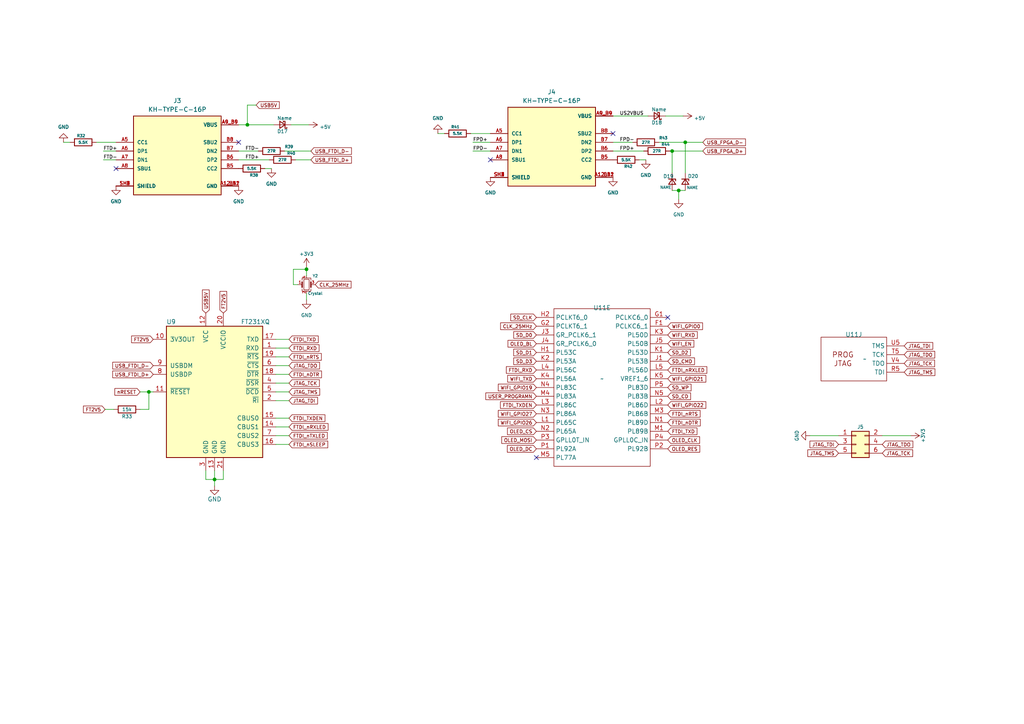
<source format=kicad_sch>
(kicad_sch (version 20230121) (generator eeschema)
  (paper "A4")
  (lib_symbols
    (symbol "Connector_Generic:Conn_02x03_Odd_Even" (pin_names (offset 1.016) hide)
      (property "Reference" "J" (at 1.27 5.08 0))
      (property "Value" "Conn_02x03_Odd_Even" (at 1.27 -5.08 0))
      (symbol "Conn_02x03_Odd_Even_1_1"
        (pin passive line (at -5.08 2.54 0) (length 3.81) (name "Pin_1") (number "1"))
        (pin passive line (at 7.62 2.54 180) (length 3.81) (name "Pin_2") (number "2"))
        (pin passive line (at -5.08 0 0) (length 3.81) (name "Pin_3") (number "3"))
        (pin passive line (at 7.62 0 180) (length 3.81) (name "Pin_4") (number "4"))
        (pin passive line (at -5.08 -2.54 0) (length 3.81) (name "Pin_5") (number "5"))
        (pin passive line (at 7.62 -2.54 180) (length 3.81) (name "Pin_6") (number "6"))
      )
    )
    (symbol "Device:Crystal_GND24_Small" (pin_names (offset 1.016) hide)
      (property "Reference" "Y" (at 1.27 4.445 0))
      (property "Value" "Crystal_GND24_Small" (at 1.27 2.54 0))
      (symbol "Crystal_GND24_Small_1_1"
        (pin passive line (at -2.54 0 0) (length 1.27) (name "1") (number "1"))
        (pin passive line (at 0 -2.54 90) (length 0.635) (name "2") (number "2"))
        (pin passive line (at 2.54 0 180) (length 1.27) (name "3") (number "3"))
        (pin passive line (at 0 2.54 270) (length 0.635) (name "4") (number "4"))
      )
    )
    (symbol "Device:D_Schottky_Small" (pin_numbers hide) (pin_names (offset 0.254) hide)
      (property "Reference" "D" (at -1.27 2.032 0))
      (property "Value" "D_Schottky_Small" (at -7.112 -2.032 0))
      (symbol "D_Schottky_Small_1_1"
        (pin passive line (at -2.54 0 0) (length 1.778) (name "K") (number "1"))
        (pin passive line (at 2.54 0 180) (length 1.778) (name "A") (number "2"))
      )
    )
    (symbol "Device:D_Zener_Small" (pin_numbers hide) (pin_names (offset 0.254) hide)
      (property "Reference" "D" (at 0 2.286 0))
      (property "Value" "D_Zener_Small" (at 0 -2.286 0))
      (symbol "D_Zener_Small_1_1"
        (pin passive line (at -2.54 0 0) (length 1.778) (name "K") (number "1"))
        (pin passive line (at 2.54 0 180) (length 1.778) (name "A") (number "2"))
      )
    )
    (symbol "Device:R" (pin_numbers hide) (pin_names (offset 0))
      (property "Reference" "R" (at 2.032 0 90))
      (property "Value" "R" (at 0 0 90))
      (symbol "R_1_1"
        (pin passive line (at 0 3.81 270) (length 1.27) (name "~") (number "1"))
        (pin passive line (at 0 -3.81 90) (length 1.27) (name "~") (number "2"))
      )
    )
    (symbol "Library_Ulx3:ULX3_(FPGA)"
      (property "Reference" "U" (at 0 0 0))
      (symbol "ULX3_(FPGA)_1_1"
        (pin input line (at -20.32 15.24 0) (length 5.08) (name "PCLKT0_1") (number "A10"))
        (pin input line (at 17.78 15.24 180) (length 5.08) (name "PCLKC0_1") (number "A11"))
        (pin input line (at -20.32 -10.16 0) (length 5.08) (name "PT4A") (number "A6"))
        (pin input line (at -20.32 5.08 0) (length 5.08) (name "PT18A") (number "A7"))
        (pin input line (at 17.78 5.08 180) (length 5.08) (name "PT18B") (number "A8"))
        (pin input line (at -20.32 12.7 0) (length 5.08) (name "GR_PCLK0_1") (number "A9"))
        (pin input line (at 17.78 12.7 180) (length 5.08) (name "GR_PCLK0_0") (number "B10"))
        (pin input line (at -20.32 17.78 0) (length 5.08) (name "PCLKT0_0") (number "B11"))
        (pin input line (at 17.78 -10.16 180) (length 5.08) (name "PT4B") (number "B6"))
        (pin input line (at 17.78 2.54 180) (length 5.08) (name "PT15B") (number "B8"))
        (pin input line (at -20.32 10.16 0) (length 5.08) (name "PT58A") (number "B9"))
        (pin input line (at 17.78 10.16 180) (length 5.08) (name "PT58B") (number "C10"))
        (pin input line (at 17.78 17.78 180) (length 5.08) (name "PCLKC0_0") (number "C11"))
        (pin input line (at -20.32 -2.54 0) (length 5.08) (name "PT11A") (number "C6"))
        (pin input line (at 17.78 -2.54 180) (length 5.08) (name "PT11B") (number "C7"))
        (pin input line (at -20.32 2.54 0) (length 5.08) (name "PT15A") (number "C8"))
        (pin input line (at -20.32 -15.24 0) (length 5.08) (name "PT54A") (number "C9"))
        (pin input line (at -20.32 -12.7 0) (length 5.08) (name "PT56A") (number "D10"))
        (pin input line (at 17.78 -7.62 180) (length 5.08) (name "PT6B") (number "D6"))
        (pin input line (at 17.78 -5.08 180) (length 5.08) (name "PT9B") (number "D7"))
        (pin input line (at 17.78 0 180) (length 5.08) (name "PT13B") (number "D8"))
        (pin input line (at -20.32 7.62 0) (length 5.08) (name "PT20A") (number "D9"))
        (pin input line (at 17.78 -12.7 180) (length 5.08) (name "PT56B") (number "E10"))
        (pin input line (at -20.32 -7.62 0) (length 5.08) (name "PT6A") (number "E6"))
        (pin input line (at -20.32 -5.08 0) (length 5.08) (name "PT9A") (number "E7"))
        (pin input line (at -20.32 0 0) (length 5.08) (name "PT13A") (number "E8"))
        (pin input line (at 17.78 7.62 180) (length 5.08) (name "PT20B") (number "E9"))
      )
      (symbol "ULX3_(FPGA)_2_1"
        (pin input line (at -20.32 -11.43 0) (length 5.08) (name "PT76A") (number "A12"))
        (pin input line (at 17.78 -11.43 180) (length 5.08) (name "PT76B") (number "A13"))
        (pin input line (at -20.32 -3.81 0) (length 5.08) (name "PT83A") (number "A14"))
        (pin input line (at -20.32 -21.59 0) (length 5.08) (name "PT103A") (number "A15"))
        (pin input line (at -20.32 6.35 0) (length 5.08) (name "PT110A") (number "A16"))
        (pin input line (at -20.32 13.97 0) (length 5.08) (name "PT116A") (number "A17"))
        (pin input line (at -20.32 16.51 0) (length 5.08) (name "PT119A") (number "A18"))
        (pin input line (at -20.32 19.05 0) (length 5.08) (name "PT121A") (number "A19"))
        (pin input line (at -20.32 -16.51 0) (length 5.08) (name "PCLKT1_0") (number "B12"))
        (pin input line (at -20.32 -8.89 0) (length 5.08) (name "PT78A") (number "B13"))
        (pin input line (at -20.32 1.27 0) (length 5.08) (name "PT105A") (number "B15"))
        (pin input line (at 17.78 6.35 180) (length 5.08) (name "PT110B") (number "B16"))
        (pin input line (at -20.32 11.43 0) (length 5.08) (name "PT114A") (number "B17"))
        (pin input line (at 17.78 13.97 180) (length 5.08) (name "PT116B") (number "B18"))
        (pin input line (at 17.78 16.51 180) (length 5.08) (name "PT119B") (number "B19"))
        (pin input line (at 17.78 19.05 180) (length 5.08) (name "PT121B") (number "B20"))
        (pin input line (at 17.78 -16.51 180) (length 5.08) (name "PCLKC1_0") (number "C12"))
        (pin input line (at 17.78 -8.89 180) (length 5.08) (name "PT78B") (number "C13"))
        (pin input line (at 17.78 -3.81 180) (length 5.08) (name "PT83B") (number "C14"))
        (pin input line (at 17.78 1.27 180) (length 5.08) (name "PT105B") (number "C15"))
        (pin input line (at -20.32 8.89 0) (length 5.08) (name "PT112A") (number "C16"))
        (pin input line (at 17.78 11.43 180) (length 5.08) (name "PT114B") (number "C17"))
        (pin input line (at -20.32 -19.05 0) (length 5.08) (name "PCLKT1_1") (number "D11"))
        (pin input line (at -20.32 -13.97 0) (length 5.08) (name "GR_PCLK1_0") (number "D12"))
        (pin input line (at -20.32 -6.35 0) (length 5.08) (name "PT80A") (number "D13"))
        (pin input line (at -20.32 -1.27 0) (length 5.08) (name "PT85A") (number "D14"))
        (pin input line (at -20.32 3.81 0) (length 5.08) (name "PT107A") (number "D15"))
        (pin input line (at 17.78 8.89 180) (length 5.08) (name "PT112B") (number "D16"))
        (pin input line (at 17.78 -19.05 180) (length 5.08) (name "PCLKC1_1") (number "E11"))
        (pin input line (at 17.78 -13.97 180) (length 5.08) (name "GR_PCLK1_1") (number "E12"))
        (pin input line (at 17.78 -6.35 180) (length 5.08) (name "PT80B") (number "E13"))
        (pin input line (at 17.78 -1.27 180) (length 5.08) (name "PT85B") (number "E14"))
        (pin input line (at 17.78 3.81 180) (length 5.08) (name "PT107B") (number "E15"))
      )
      (symbol "ULX3_(FPGA)_3_1"
        (pin input line (at -19.05 -19.05 0) (length 5.08) (name "PR11A") (number "C18"))
        (pin input line (at -19.05 1.27 0) (length 5.08) (name "PR35A") (number "C20"))
        (pin input line (at 19.05 -19.05 180) (length 5.08) (name "PR11B") (number "D17"))
        (pin input line (at -19.05 -13.97 0) (length 5.08) (name "PR14A") (number "D18"))
        (pin input line (at 19.05 1.27 180) (length 5.08) (name "PR35B") (number "D19"))
        (pin input line (at -19.05 3.81 0) (length 5.08) (name "VREF1_2") (number "D20"))
        (pin input line (at -19.05 -16.51 0) (length 5.08) (name "PR11C") (number "E16"))
        (pin input line (at 19.05 -13.97 180) (length 5.08) (name "PR14B") (number "E17"))
        (pin input line (at -19.05 -11.43 0) (length 5.08) (name "PR14C") (number "E18"))
        (pin input line (at 19.05 3.81 180) (length 5.08) (name "PR35D") (number "E19"))
        (pin input line (at -19.05 6.35 0) (length 5.08) (name "PR38A") (number "E20"))
        (pin input line (at 19.05 -16.51 180) (length 5.08) (name "PR11D") (number "F16"))
        (pin input line (at -19.05 -8.89 0) (length 5.08) (name "PR17A") (number "F17"))
        (pin input line (at 19.05 -11.43 180) (length 5.08) (name "PR14D") (number "F18"))
        (pin input line (at 19.05 6.35 180) (length 5.08) (name "PR38B") (number "F19"))
        (pin input line (at -19.05 8.89 0) (length 5.08) (name "PR38C") (number "F20"))
        (pin input line (at -19.05 -6.35 0) (length 5.08) (name "PR17C") (number "G16"))
        (pin input line (at 19.05 -8.89 180) (length 5.08) (name "PR17B") (number "G18"))
        (pin input line (at -19.05 11.43 0) (length 5.08) (name "GR_PCLK2_1") (number "G19"))
        (pin input line (at 19.05 8.89 180) (length 5.08) (name "PR38D") (number "G20"))
        (pin input line (at 19.05 -6.35 180) (length 5.08) (name "PR17D") (number "H16"))
        (pin input line (at 19.05 -3.81 180) (length 5.08) (name "PR20B") (number "H17"))
        (pin input line (at -19.05 -3.81 0) (length 5.08) (name "PR20A") (number "H18"))
        (pin input line (at 19.05 11.43 180) (length 5.08) (name "PR41B") (number "H20"))
        (pin input line (at 19.05 -1.27 180) (length 5.08) (name "PR20D") (number "J16"))
        (pin input line (at -19.05 -1.27 0) (length 5.08) (name "PR20C") (number "J17"))
        (pin input line (at -19.05 13.97 0) (length 5.08) (name "GR_PCLK2_0") (number "J18"))
        (pin input line (at -19.05 16.51 0) (length 5.08) (name "PCLKT2_1") (number "J19"))
        (pin input line (at -19.05 19.05 0) (length 5.08) (name "PCLKT2_0") (number "J20"))
        (pin input line (at -19.05 -21.59 0) (length 5.08) (name "PR29A") (number "K16"))
        (pin input line (at 19.05 -21.59 180) (length 5.08) (name "PR29B") (number "K17"))
        (pin input line (at 19.05 13.97 180) (length 5.08) (name "PR41D") (number "K18"))
        (pin input line (at 19.05 16.51 180) (length 5.08) (name "PCLKC2_1") (number "K19"))
        (pin input line (at 19.05 19.05 180) (length 5.08) (name "PCLKC2_0") (number "K20"))
      )
      (symbol "ULX3_(FPGA)_4_1"
        (pin input line (at -19.05 -15.24 0) (length 5.08) (name "GR_PCLK3_0") (number "L16"))
        (pin input line (at 19.05 -15.24 180) (length 5.08) (name "PR50B") (number "L17"))
        (pin input line (at -19.05 -12.7 0) (length 5.08) (name "GR_PCLK3_1") (number "L18"))
        (pin input line (at -19.05 -17.78 0) (length 5.08) (name "PCLKT3_0") (number "L19"))
        (pin input line (at -19.05 -20.32 0) (length 5.08) (name "PCLKT3_1") (number "L20"))
        (pin input line (at 19.05 -10.16 180) (length 5.08) (name "PR53B") (number "M17"))
        (pin input line (at 19.05 -12.7 180) (length 5.08) (name "PR50D") (number "M18"))
        (pin input line (at 19.05 -17.78 180) (length 5.08) (name "PCLKC3_0") (number "M19"))
        (pin input line (at 19.05 -20.32 180) (length 5.08) (name "PCLKC3_1") (number "M20"))
        (pin input line (at -19.05 -10.16 0) (length 5.08) (name "PR53A") (number "N16"))
        (pin input line (at -19.05 -5.08 0) (length 5.08) (name "PR56A") (number "N17"))
        (pin input line (at -19.05 -7.62 0) (length 5.08) (name "PR53C") (number "N18"))
        (pin input line (at -19.05 0 0) (length 5.08) (name "PR83A") (number "N19"))
        (pin input line (at 19.05 0 180) (length 5.08) (name "PR83B") (number "N20"))
        (pin input line (at 19.05 -5.08 180) (length 5.08) (name "VREF1_3") (number "P16"))
        (pin input line (at 19.05 -7.62 180) (length 5.08) (name "PR53D") (number "P17"))
        (pin input line (at 19.05 2.54 180) (length 5.08) (name "PR83D") (number "P18"))
        (pin input line (at -19.05 2.54 0) (length 5.08) (name "PR83C") (number "P19"))
        (pin input line (at -19.05 5.08 0) (length 5.08) (name "PR86A") (number "P20"))
        (pin input line (at -19.05 -2.54 0) (length 5.08) (name "PR56C") (number "R16"))
        (pin input line (at 19.05 -2.54 180) (length 5.08) (name "PR56D") (number "R17"))
        (pin input line (at 19.05 10.16 180) (length 5.08) (name "PR89B") (number "R18"))
        (pin input line (at 19.05 5.08 180) (length 5.08) (name "PR86B") (number "R20"))
        (pin input line (at -19.05 -22.86 0) (length 5.08) (name "PR77A") (number "T16"))
        (pin input line (at 19.05 17.78 180) (length 5.08) (name "GPLL0C_IN") (number "T17"))
        (pin input line (at 19.05 12.7 180) (length 5.08) (name "PR89D") (number "T18"))
        (pin input line (at -19.05 10.16 0) (length 5.08) (name "PR89A") (number "T19"))
        (pin input line (at -19.05 7.62 0) (length 5.08) (name "PR86C") (number "T20"))
        (pin input line (at -19.05 17.78 0) (length 5.08) (name "GPLL0T_IN") (number "U16"))
        (pin input line (at 19.05 15.24 180) (length 5.08) (name "PR92B") (number "U17"))
        (pin input line (at -19.05 15.24 0) (length 5.08) (name "PR92A") (number "U18"))
        (pin input line (at -19.05 12.7 0) (length 5.08) (name "PR89C") (number "U19"))
        (pin input line (at 19.05 7.62 180) (length 5.08) (name "PR86D") (number "U20"))
      )
      (symbol "ULX3_(FPGA)_5_1"
        (pin input line (at 19.05 15.24 180) (length 5.08) (name "PCLKC6_1") (number "F1"))
        (pin input line (at 19.05 17.78 180) (length 5.08) (name "PCLKC6_0") (number "G1"))
        (pin input line (at -19.05 15.24 0) (length 5.08) (name "PCLKT6_1") (number "G2"))
        (pin input line (at -19.05 7.62 0) (length 5.08) (name "PL53C") (number "H1"))
        (pin input line (at -19.05 17.78 0) (length 5.08) (name "PCLKT6_0") (number "H2"))
        (pin input line (at 19.05 5.08 180) (length 5.08) (name "PL53B") (number "J1"))
        (pin input line (at -19.05 12.7 0) (length 5.08) (name "GR_PCLK6_1") (number "J3"))
        (pin input line (at -19.05 10.16 0) (length 5.08) (name "GR_PCLK6_0") (number "J4"))
        (pin input line (at 19.05 10.16 180) (length 5.08) (name "PL50B") (number "J5"))
        (pin input line (at 19.05 7.62 180) (length 5.08) (name "PL53D") (number "K1"))
        (pin input line (at -19.05 5.08 0) (length 5.08) (name "PL53A") (number "K2"))
        (pin input line (at 19.05 12.7 180) (length 5.08) (name "PL50D") (number "K3"))
        (pin input line (at -19.05 0 0) (length 5.08) (name "PL56A") (number "K4"))
        (pin input line (at 19.05 0 180) (length 5.08) (name "VREF1_6") (number "K5"))
        (pin input line (at -19.05 -12.7 0) (length 5.08) (name "PL65C") (number "L1"))
        (pin input line (at 19.05 -7.62 180) (length 5.08) (name "PL86D") (number "L2"))
        (pin input line (at -19.05 -7.62 0) (length 5.08) (name "PL86C") (number "L3"))
        (pin input line (at -19.05 2.54 0) (length 5.08) (name "PL56C") (number "L4"))
        (pin input line (at 19.05 2.54 180) (length 5.08) (name "PL56D") (number "L5"))
        (pin input line (at 19.05 -15.24 180) (length 5.08) (name "PL89B") (number "M1"))
        (pin input line (at 19.05 -10.16 180) (length 5.08) (name "PL86B") (number "M3"))
        (pin input line (at -19.05 -5.08 0) (length 5.08) (name "PL83A") (number "M4"))
        (pin input line (at -19.05 -22.86 0) (length 5.08) (name "PL77A") (number "M5"))
        (pin input line (at 19.05 -12.7 180) (length 5.08) (name "PL89D") (number "N1"))
        (pin input line (at -19.05 -15.24 0) (length 5.08) (name "PL65A") (number "N2"))
        (pin input line (at -19.05 -10.16 0) (length 5.08) (name "PL86A") (number "N3"))
        (pin input line (at -19.05 -2.54 0) (length 5.08) (name "PL83C") (number "N4"))
        (pin input line (at 19.05 -5.08 180) (length 5.08) (name "PL83B") (number "N5"))
        (pin input line (at -19.05 -20.32 0) (length 5.08) (name "PL92A") (number "P1"))
        (pin input line (at 19.05 -20.32 180) (length 5.08) (name "PL92B") (number "P2"))
        (pin input line (at -19.05 -17.78 0) (length 5.08) (name "GPLL0T_IN") (number "P3"))
        (pin input line (at 19.05 -17.78 180) (length 5.08) (name "GPLL0C_IN") (number "P4"))
        (pin input line (at 19.05 -2.54 180) (length 5.08) (name "PL83D") (number "P5"))
      )
      (symbol "ULX3_(FPGA)_6_1"
        (pin input line (at -19.05 -2.54 0) (length 5.08) (name "PL35A") (number "A2"))
        (pin input line (at -19.05 15.24 0) (length 5.08) (name "PL14C") (number "A3"))
        (pin input line (at -19.05 17.78 0) (length 5.08) (name "PL11A") (number "A4"))
        (pin input line (at 19.05 17.78 180) (length 5.08) (name "PL11B") (number "A5"))
        (pin input line (at 19.05 -2.54 180) (length 5.08) (name "PL35B") (number "B1"))
        (pin input line (at -19.05 0 0) (length 5.08) (name "VREF1_7") (number "B2"))
        (pin input line (at 19.05 15.24 180) (length 5.08) (name "PL14D") (number "B3"))
        (pin input line (at 19.05 12.7 180) (length 5.08) (name "PL14B") (number "B4"))
        (pin input line (at -19.05 20.32 0) (length 5.08) (name "PL11C") (number "B5"))
        (pin input line (at -19.05 -7.62 0) (length 5.08) (name "PL38A") (number "C1"))
        (pin input line (at 19.05 0 180) (length 5.08) (name "PL35D") (number "C2"))
        (pin input line (at -19.05 10.16 0) (length 5.08) (name "PL17C") (number "C3"))
        (pin input line (at -19.05 12.7 0) (length 5.08) (name "PL14A") (number "C4"))
        (pin input line (at 19.05 20.32 180) (length 5.08) (name "PL11D") (number "C5"))
        (pin input line (at 19.05 -7.62 180) (length 5.08) (name "PL38B") (number "D1"))
        (pin input line (at -19.05 -5.08 0) (length 5.08) (name "PL38C") (number "D2"))
        (pin input line (at 19.05 10.16 180) (length 5.08) (name "PL17D") (number "D3"))
        (pin input line (at 19.05 7.62 180) (length 5.08) (name "PL17B") (number "D5"))
        (pin input line (at 19.05 -5.08 180) (length 5.08) (name "PL38D") (number "E1"))
        (pin input line (at 19.05 -15.24 180) (length 5.08) (name "PCLKC7_0") (number "E2"))
        (pin input line (at 19.05 2.54 180) (length 5.08) (name "PL20B") (number "E3"))
        (pin input line (at -19.05 7.62 0) (length 5.08) (name "PL17A") (number "E4"))
        (pin input line (at -19.05 5.08 0) (length 5.08) (name "PL20C") (number "E5"))
        (pin input line (at -19.05 -15.24 0) (length 5.08) (name "PCLKT7_0") (number "F2"))
        (pin input line (at 19.05 -17.78 180) (length 5.08) (name "PCLKC7_1") (number "F3"))
        (pin input line (at -19.05 2.54 0) (length 5.08) (name "PL20A") (number "F4"))
        (pin input line (at 19.05 5.08 180) (length 5.08) (name "PL20D") (number "F5"))
        (pin input line (at -19.05 -17.78 0) (length 5.08) (name "PCLKT7_1") (number "G3"))
        (pin input line (at 19.05 -12.7 180) (length 5.08) (name "PL41B") (number "G5"))
        (pin input line (at 19.05 -10.16 180) (length 5.08) (name "PL41D") (number "H3"))
        (pin input line (at -19.05 -12.7 0) (length 5.08) (name "GR_PCLK7_1") (number "H4"))
        (pin input line (at -19.05 -10.16 0) (length 5.08) (name "GR_PCLK7_0") (number "H5"))
      )
      (symbol "ULX3_(FPGA)_7_1"
        (pin input line (at -17.78 16.51 0) (length 5.08) (name "D7") (number "R1"))
        (pin input line (at -17.78 3.81 0) (length 5.08) (name "CSSPIN") (number "R2"))
        (pin input line (at 20.32 3.81 180) (length 5.08) (name "DOUT/CSOn") (number "R3"))
        (pin input line (at -17.78 -11.43 0) (length 5.08) (name "CFG_2") (number "R4"))
        (pin input line (at 20.32 16.51 180) (length 5.08) (name "D6") (number "T1"))
        (pin input line (at -17.78 6.35 0) (length 5.08) (name "SN/CSn") (number "T2"))
        (pin input line (at -17.78 -3.81 0) (length 5.08) (name "WRITEn") (number "T3"))
        (pin input line (at -17.78 -13.97 0) (length 5.08) (name "CFG_1") (number "T4"))
        (pin input line (at -17.78 13.97 0) (length 5.08) (name "D5/MISO2") (number "U1"))
        (pin input line (at 20.32 6.35 180) (length 5.08) (name "CS1n") (number "U2"))
        (pin input line (at -17.78 -6.35 0) (length 5.08) (name "CCLK") (number "U3"))
        (pin input line (at -17.78 -16.51 0) (length 5.08) (name "CFG_0") (number "U4"))
        (pin input line (at 20.32 13.97 180) (length 5.08) (name "D4/MOSI2") (number "V1"))
        (pin input line (at -17.78 8.89 0) (length 5.08) (name "D1/MISO") (number "V2"))
        (pin input line (at -17.78 1.27 0) (length 5.08) (name "INITn") (number "V3"))
        (pin input line (at -17.78 11.43 0) (length 5.08) (name "D3/HOLDn") (number "W1"))
        (pin input line (at 20.32 8.89 180) (length 5.08) (name "D0/MOSI") (number "W2"))
        (pin input line (at -17.78 -1.27 0) (length 5.08) (name "PROGRAMn") (number "W3"))
        (pin input line (at 20.32 11.43 180) (length 5.08) (name "D2/WPn") (number "Y2"))
        (pin input line (at -17.78 -8.89 0) (length 5.08) (name "DONE") (number "Y3"))
      )
      (symbol "ULX3_(FPGA)_8_1"
        (pin input line (at 21.59 7.62 180) (length 5.08) (name "VCCHTX0_D0CH1") (number "T10"))
        (pin input line (at -21.59 -8.89 0) (length 5.08) (name "VCCHTX0_D1CH0") (number "T11"))
        (pin input line (at -21.59 -11.43 0) (length 5.08) (name "VCCHRX0_D1CH0") (number "T12"))
        (pin input line (at 21.59 -11.43 180) (length 5.08) (name "VCCHRX0_D1CH1") (number "T13"))
        (pin input line (at 21.59 -8.89 180) (length 5.08) (name "VCCHTX0_D1CH1") (number "T14"))
        (pin input line (at -21.59 -3.81 0) (length 5.08) (name "VCCA1") (number "T15"))
        (pin input line (at -21.59 2.54 0) (length 5.08) (name "VCCA0") (number "T6"))
        (pin input line (at -21.59 7.62 0) (length 5.08) (name "VCCHTX0_D0CH0") (number "T7"))
        (pin input line (at -21.59 5.08 0) (length 5.08) (name "VCCHRX0_D0CH0") (number "T8"))
        (pin input line (at 21.59 5.08 180) (length 5.08) (name "VCCHRX0_D0CH1") (number "T9"))
        (pin input line (at -21.59 -6.35 0) (length 5.08) (name "VCCA1") (number "U15"))
        (pin input line (at -21.59 0 0) (length 5.08) (name "VCCA0") (number "U6"))
        (pin input line (at 21.59 2.54 180) (length 5.08) (name "VCCAUXA0") (number "V10"))
        (pin input line (at 21.59 0 180) (length 5.08) (name "VCCAUXA0") (number "V11"))
        (pin input line (at 21.59 -3.81 180) (length 5.08) (name "VCCAUXA1") (number "V17"))
        (pin input line (at 21.59 -6.35 180) (length 5.08) (name "VCCAUXA1") (number "V18"))
        (pin input line (at -21.59 -17.78 0) (length 5.08) (name "HDTXP0_D1CH0") (number "W13"))
        (pin input line (at 21.59 -17.78 180) (length 5.08) (name "HDTXN0_D1CH0") (number "W14"))
        (pin input line (at -21.59 -22.86 0) (length 5.08) (name "HDTXP0_D1CH1") (number "W17"))
        (pin input line (at 21.59 -22.86 180) (length 5.08) (name "HDTXN0_D1CH1") (number "W18"))
        (pin input line (at 21.59 -15.24 180) (length 5.08) (name "REFCLKN_D1") (number "W20"))
        (pin input line (at -21.59 19.05 0) (length 5.08) (name "HDTXP0_D0CH0") (number "W4"))
        (pin input line (at 21.59 19.05 180) (length 5.08) (name "HDTXN0_D0CH0") (number "W5"))
        (pin input line (at -21.59 13.97 0) (length 5.08) (name "HDTXP0_D0CH1") (number "W8"))
        (pin input line (at 21.59 13.97 180) (length 5.08) (name "HDTXN0_D0CH1") (number "W9"))
        (pin input line (at -21.59 21.59 0) (length 5.08) (name "REFCLKP_D0") (number "Y11"))
        (pin input line (at 21.59 21.59 180) (length 5.08) (name "REFCLKN_D0") (number "Y12"))
        (pin input line (at -21.59 -20.32 0) (length 5.08) (name "HDRXP0_D1CH0") (number "Y14"))
        (pin input line (at 21.59 -20.32 180) (length 5.08) (name "HDRXN0_D1CH0") (number "Y15"))
        (pin input line (at -21.59 -25.4 0) (length 5.08) (name "HDRXP0_D1CH1") (number "Y16"))
        (pin input line (at 21.59 -25.4 180) (length 5.08) (name "HDRXN0_D1CH1") (number "Y17"))
        (pin input line (at -21.59 -15.24 0) (length 5.08) (name "REFCLKP_D1") (number "Y19"))
        (pin input line (at -21.59 16.51 0) (length 5.08) (name "HDRXP0_D0CH0") (number "Y5"))
        (pin input line (at 21.59 16.51 180) (length 5.08) (name "HDRXN0_D0CH0") (number "Y6"))
        (pin input line (at -21.59 11.43 0) (length 5.08) (name "HDRXP0_D0CH1") (number "Y7"))
        (pin input line (at 21.59 11.43 180) (length 5.08) (name "HDRXN0_D0CH1") (number "Y8"))
      )
      (symbol "ULX3_(FPGA)_9_1"
        (pin input line (at -10.16 74.93 0) (length 2.54) (name "GND") (number "B14"))
        (pin input line (at -10.16 76.2 0) (length 2.54) (name "GND") (number "B7"))
        (pin input line (at -10.16 73.66 0) (length 2.54) (name "GND") (number "C19"))
        (pin input line (at -10.16 72.39 0) (length 2.54) (name "GND") (number "D4"))
        (pin input line (at 12.7 -38.1 180) (length 2.54) (name "VCC100_2") (number "F10"))
        (pin input line (at 12.7 0 180) (length 2.54) (name "VCC101_1") (number "F11"))
        (pin input line (at 12.7 -2.54 180) (length 2.54) (name "VCC101_2") (number "F12"))
        (pin input line (at -10.16 68.58 0) (length 2.54) (name "GND") (number "F13"))
        (pin input line (at -10.16 67.31 0) (length 2.54) (name "GND") (number "F14"))
        (pin input line (at 12.7 10.16 180) (length 2.54) (name "VCCAUX_2") (number "F15"))
        (pin input line (at 12.7 12.7 180) (length 2.54) (name "VCCAUX_1") (number "F6"))
        (pin input line (at -10.16 71.12 0) (length 2.54) (name "GND") (number "F7"))
        (pin input line (at -10.16 69.85 0) (length 2.54) (name "GND") (number "F8"))
        (pin input line (at 12.7 -35.56 180) (length 2.54) (name "VCC100_1") (number "F9"))
        (pin input line (at -10.16 59.69 0) (length 2.54) (name "GND") (number "G10"))
        (pin input line (at -10.16 58.42 0) (length 2.54) (name "GND") (number "G11"))
        (pin input line (at -10.16 57.15 0) (length 2.54) (name "GND") (number "G12"))
        (pin input line (at -10.16 55.88 0) (length 2.54) (name "GND") (number "G13"))
        (pin input line (at -10.16 54.61 0) (length 2.54) (name "GND") (number "G14"))
        (pin input line (at -10.16 53.34 0) (length 2.54) (name "GND") (number "G15"))
        (pin input line (at -10.16 52.07 0) (length 2.54) (name "GND") (number "G17"))
        (pin input line (at -10.16 66.04 0) (length 2.54) (name "GND") (number "G4"))
        (pin input line (at -10.16 64.77 0) (length 2.54) (name "GND") (number "G6"))
        (pin input line (at -10.16 63.5 0) (length 2.54) (name "GND") (number "G7"))
        (pin input line (at -10.16 62.23 0) (length 2.54) (name "GND") (number "G8"))
        (pin input line (at -10.16 60.96 0) (length 2.54) (name "GND") (number "G9"))
        (pin input line (at 12.7 60.96 180) (length 2.54) (name "VCC_3") (number "H10"))
        (pin input line (at 12.7 58.42 180) (length 2.54) (name "VCC_4") (number "H11"))
        (pin input line (at 12.7 55.88 180) (length 2.54) (name "VCC_5") (number "H12"))
        (pin input line (at 12.7 53.34 180) (length 2.54) (name "VCC_6") (number "H13"))
        (pin input line (at 12.7 -5.08 180) (length 2.54) (name "VCC102_1") (number "H14"))
        (pin input line (at 12.7 -7.62 180) (length 2.54) (name "VCC102_2") (number "H15"))
        (pin input line (at -10.16 50.8 0) (length 2.54) (name "GND") (number "H19"))
        (pin input line (at 12.7 -40.64 180) (length 2.54) (name "VCCI07_1") (number "H6"))
        (pin input line (at 12.7 -43.18 180) (length 2.54) (name "VCCI07_2") (number "H7"))
        (pin input line (at 12.7 66.04 180) (length 2.54) (name "VCC_1") (number "H8"))
        (pin input line (at 12.7 63.5 180) (length 2.54) (name "VCC_2") (number "H9"))
        (pin input line (at -10.16 45.72 0) (length 2.54) (name "GND") (number "J10"))
        (pin input line (at -10.16 44.45 0) (length 2.54) (name "GND") (number "J11"))
        (pin input line (at -10.16 43.18 0) (length 2.54) (name "GND") (number "J12"))
        (pin input line (at 12.7 48.26 180) (length 2.54) (name "VCC_8") (number "J13"))
        (pin input line (at -10.16 41.91 0) (length 2.54) (name "GND") (number "J14"))
        (pin input line (at 12.7 -10.16 180) (length 2.54) (name "VCC102_3") (number "J15"))
        (pin input line (at -10.16 49.53 0) (length 2.54) (name "GND") (number "J2"))
        (pin input line (at 12.7 -45.72 180) (length 2.54) (name "VCC107_3") (number "J6"))
        (pin input line (at -10.16 48.26 0) (length 2.54) (name "GND") (number "J7"))
        (pin input line (at 12.7 50.8 180) (length 2.54) (name "VCC_7") (number "J8"))
        (pin input line (at -10.16 46.99 0) (length 2.54) (name "GND") (number "J9"))
        (pin input line (at -10.16 36.83 0) (length 2.54) (name "GND") (number "K10"))
        (pin input line (at -10.16 35.56 0) (length 2.54) (name "GND") (number "K11"))
        (pin input line (at -10.16 34.29 0) (length 2.54) (name "GND") (number "K12"))
        (pin input line (at 12.7 43.18 180) (length 2.54) (name "VCC_10") (number "K13"))
        (pin input line (at -10.16 33.02 0) (length 2.54) (name "GND") (number "K14"))
        (pin input line (at -10.16 31.75 0) (length 2.54) (name "GND") (number "K15"))
        (pin input line (at -10.16 40.64 0) (length 2.54) (name "GND") (number "K6"))
        (pin input line (at -10.16 39.37 0) (length 2.54) (name "GND") (number "K7"))
        (pin input line (at 12.7 45.72 180) (length 2.54) (name "VCC_9") (number "K8"))
        (pin input line (at -10.16 38.1 0) (length 2.54) (name "GND") (number "K9"))
        (pin input line (at -10.16 29.21 0) (length 2.54) (name "GND") (number "L10"))
        (pin input line (at -10.16 27.94 0) (length 2.54) (name "GND") (number "L11"))
        (pin input line (at -10.16 26.67 0) (length 2.54) (name "GND") (number "L12"))
        (pin input line (at 12.7 38.1 180) (length 2.54) (name "VCC_12") (number "L13"))
        (pin input line (at 12.7 -12.7 180) (length 2.54) (name "VCC103_1") (number "L14"))
        (pin input line (at 12.7 -15.24 180) (length 2.54) (name "VCC103_2") (number "L15"))
        (pin input line (at 12.7 -20.32 180) (length 2.54) (name "VCC106_1") (number "L6"))
        (pin input line (at 12.7 -22.86 180) (length 2.54) (name "VCC106_2") (number "L7"))
        (pin input line (at 12.7 40.64 180) (length 2.54) (name "VCC_11") (number "L8"))
        (pin input line (at -10.16 30.48 0) (length 2.54) (name "GND") (number "L9"))
        (pin input line (at -10.16 21.59 0) (length 2.54) (name "GND") (number "M10"))
        (pin input line (at -10.16 20.32 0) (length 2.54) (name "GND") (number "M11"))
        (pin input line (at -10.16 19.05 0) (length 2.54) (name "GND") (number "M12"))
        (pin input line (at 12.7 33.02 180) (length 2.54) (name "VCC_14") (number "M13"))
        (pin input line (at -10.16 17.78 0) (length 2.54) (name "GND") (number "M14"))
        (pin input line (at 12.7 -17.78 180) (length 2.54) (name "VCC103_3") (number "M15"))
        (pin input line (at -10.16 16.51 0) (length 2.54) (name "GND") (number "M16"))
        (pin input line (at -10.16 25.4 0) (length 2.54) (name "GND") (number "M2"))
        (pin input line (at 12.7 -25.4 180) (length 2.54) (name "VCC106_3") (number "M6"))
        (pin input line (at -10.16 24.13 0) (length 2.54) (name "GND") (number "M7"))
        (pin input line (at 12.7 35.56 180) (length 2.54) (name "VCC_13") (number "M8"))
        (pin input line (at -10.16 22.86 0) (length 2.54) (name "GND") (number "M9"))
        (pin input line (at 12.7 25.4 180) (length 2.54) (name "VCC_17") (number "N10"))
        (pin input line (at 12.7 22.86 180) (length 2.54) (name "VCC_18") (number "N11"))
        (pin input line (at 12.7 20.32 180) (length 2.54) (name "VCC_19") (number "N12"))
        (pin input line (at 12.7 17.78 180) (length 2.54) (name "VCC_20") (number "N13"))
        (pin input line (at -10.16 12.7 0) (length 2.54) (name "GND") (number "N14"))
        (pin input line (at -10.16 11.43 0) (length 2.54) (name "GND") (number "N15"))
        (pin input line (at -10.16 15.24 0) (length 2.54) (name "GND") (number "N6"))
        (pin input line (at -10.16 13.97 0) (length 2.54) (name "GND") (number "N7"))
        (pin input line (at 12.7 30.48 180) (length 2.54) (name "VCC_15") (number "N8"))
        (pin input line (at 12.7 27.94 180) (length 2.54) (name "VCC_16") (number "N9"))
        (pin input line (at 12.7 -30.48 180) (length 2.54) (name "VCC108_2") (number "P10"))
        (pin input line (at -10.16 7.62 0) (length 2.54) (name "GND") (number "P11"))
        (pin input line (at -10.16 6.35 0) (length 2.54) (name "GND") (number "P12"))
        (pin input line (at -10.16 5.08 0) (length 2.54) (name "GND") (number "P13"))
        (pin input line (at -10.16 3.81 0) (length 2.54) (name "GND") (number "P14"))
        (pin input line (at 12.7 5.08 180) (length 2.54) (name "VCCAUX_4") (number "P15"))
        (pin input line (at 12.7 7.62 180) (length 2.54) (name "VCCAUX_3") (number "P6"))
        (pin input line (at -10.16 10.16 0) (length 2.54) (name "GND") (number "P7"))
        (pin input line (at -10.16 8.89 0) (length 2.54) (name "GND") (number "P8"))
        (pin input line (at 12.7 -27.94 180) (length 2.54) (name "VCC108_1") (number "P9"))
        (pin input line (at -10.16 2.54 0) (length 2.54) (name "GND") (number "R19"))
        (pin input line (at -10.16 -3.81 0) (length 2.54) (name "GND") (number "T10"))
        (pin input line (at -10.16 -5.08 0) (length 2.54) (name "GND") (number "T11"))
        (pin input line (at -10.16 -6.35 0) (length 2.54) (name "GND") (number "T12"))
        (pin input line (at -10.16 -7.62 0) (length 2.54) (name "GND") (number "T13"))
        (pin input line (at -10.16 -8.89 0) (length 2.54) (name "GND") (number "T14"))
        (pin input line (at -10.16 -10.16 0) (length 2.54) (name "GND") (number "T15"))
        (pin input line (at -10.16 1.27 0) (length 2.54) (name "GND") (number "T6"))
        (pin input line (at -10.16 0 0) (length 2.54) (name "GND") (number "T7"))
        (pin input line (at -10.16 -1.27 0) (length 2.54) (name "GND") (number "T8"))
        (pin input line (at -10.16 -2.54 0) (length 2.54) (name "GND") (number "T9"))
        (pin input line (at -10.16 -16.51 0) (length 2.54) (name "GND") (number "U10"))
        (pin input line (at -10.16 -17.78 0) (length 2.54) (name "GND") (number "U11"))
        (pin input line (at -10.16 -19.05 0) (length 2.54) (name "GND") (number "U12"))
        (pin input line (at -10.16 -20.32 0) (length 2.54) (name "GND") (number "U13"))
        (pin input line (at -10.16 -21.59 0) (length 2.54) (name "GND") (number "U14"))
        (pin input line (at -10.16 -22.86 0) (length 2.54) (name "GND") (number "U15"))
        (pin input line (at -10.16 -11.43 0) (length 2.54) (name "GND") (number "U6"))
        (pin input line (at -10.16 -12.7 0) (length 2.54) (name "GND") (number "U7"))
        (pin input line (at -10.16 -13.97 0) (length 2.54) (name "GND") (number "U8"))
        (pin input line (at -10.16 -15.24 0) (length 2.54) (name "GND") (number "U9"))
        (pin input line (at -10.16 -30.48 0) (length 2.54) (name "GND") (number "V10"))
        (pin input line (at -10.16 -31.75 0) (length 2.54) (name "GND") (number "V11"))
        (pin input line (at -10.16 -33.02 0) (length 2.54) (name "GND") (number "V12"))
        (pin input line (at -10.16 -34.29 0) (length 2.54) (name "GND") (number "V13"))
        (pin input line (at -10.16 -35.56 0) (length 2.54) (name "GND") (number "V14"))
        (pin input line (at -10.16 -36.83 0) (length 2.54) (name "GND") (number "V15"))
        (pin input line (at -10.16 -38.1 0) (length 2.54) (name "GND") (number "V16"))
        (pin input line (at -10.16 -39.37 0) (length 2.54) (name "GND") (number "V17"))
        (pin input line (at -10.16 -40.64 0) (length 2.54) (name "GND") (number "V18"))
        (pin input line (at -10.16 -41.91 0) (length 2.54) (name "GND") (number "V19"))
        (pin input line (at -10.16 -43.18 0) (length 2.54) (name "GND") (number "V20"))
        (pin input line (at -10.16 -24.13 0) (length 2.54) (name "GND") (number "V5"))
        (pin input line (at -10.16 -25.4 0) (length 2.54) (name "GND") (number "V6"))
        (pin input line (at -10.16 -26.67 0) (length 2.54) (name "GND") (number "V7"))
        (pin input line (at -10.16 -27.94 0) (length 2.54) (name "GND") (number "V8"))
        (pin input line (at -10.16 -29.21 0) (length 2.54) (name "GND") (number "V9"))
        (pin input line (at -10.16 -46.99 0) (length 2.54) (name "GND") (number "W12"))
        (pin input line (at -10.16 -48.26 0) (length 2.54) (name "GND") (number "W15"))
        (pin input line (at -10.16 -49.53 0) (length 2.54) (name "GND") (number "W16"))
        (pin input line (at -10.16 -50.8 0) (length 2.54) (name "GND") (number "W19"))
        (pin input line (at -10.16 -52.07 0) (length 2.54) (name "GND") (number "W20"))
        (pin input line (at -10.16 -44.45 0) (length 2.54) (name "GND") (number "W6"))
        (pin input line (at -10.16 -45.72 0) (length 2.54) (name "GND") (number "W7"))
        (pin input line (at -10.16 -58.42 0) (length 2.54) (name "GND") (number "Y11"))
        (pin input line (at -10.16 -59.69 0) (length 2.54) (name "GND") (number "Y12"))
        (pin input line (at -10.16 -60.96 0) (length 2.54) (name "GND") (number "Y14"))
        (pin input line (at -10.16 -62.23 0) (length 2.54) (name "GND") (number "Y15"))
        (pin input line (at -10.16 -63.5 0) (length 2.54) (name "GND") (number "Y16"))
        (pin input line (at -10.16 -64.77 0) (length 2.54) (name "GND") (number "Y17"))
        (pin input line (at -10.16 -66.04 0) (length 2.54) (name "GND") (number "Y19"))
        (pin input line (at -10.16 -53.34 0) (length 2.54) (name "GND") (number "Y5"))
        (pin input line (at -10.16 -54.61 0) (length 2.54) (name "GND") (number "Y6"))
        (pin input line (at -10.16 -55.88 0) (length 2.54) (name "GND") (number "Y7"))
        (pin input line (at -10.16 -57.15 0) (length 2.54) (name "GND") (number "Y8"))
      )
      (symbol "ULX3_(FPGA)_10_0"
        (text "JTAG" (at 6.35 1.27 0) (effects (font (size 1.524 1.524))))
      )
      (symbol "ULX3_(FPGA)_10_1"
        (text "PROG" (at 6.35 -1.27 0) (effects (font (size 1.524 1.524))))
        (pin input line (at -11.43 3.81 0) (length 5.08) (name "TDI") (number "R5"))
        (pin input line (at -11.43 -1.27 0) (length 5.08) (name "TCK") (number "T5"))
        (pin input line (at -11.43 -3.81 0) (length 5.08) (name "TMS") (number "U5"))
        (pin input line (at -11.43 1.27 0) (length 5.08) (name "TDO") (number "V4"))
      )
    )
    (symbol "Type_C_16Pin:KH-TYPE-C-16P" (pin_names (offset 1.016))
      (property "Reference" "J" (at -12.7 10.922 0))
      (property "Value" "KH-TYPE-C-16P" (at -12.7 -15.24 0))
      (symbol "KH-TYPE-C-16P_0_0"
        (pin power_in line (at 17.78 -10.16 180) (length 5.08) (name "GND") (number "A12_B1"))
        (pin power_in line (at 17.78 -10.16 180) (length 5.08) (name "GND") (number "A1_B12"))
        (pin power_in line (at 17.78 7.62 180) (length 5.08) (name "VBUS") (number "A4_B9"))
        (pin bidirectional line (at -17.78 2.54 0) (length 5.08) (name "CC1") (number "A5"))
        (pin bidirectional line (at -17.78 0 0) (length 5.08) (name "DP1") (number "A6"))
        (pin bidirectional line (at -17.78 -2.54 0) (length 5.08) (name "DN1") (number "A7"))
        (pin bidirectional line (at -17.78 -5.08 0) (length 5.08) (name "SBU1") (number "A8"))
        (pin power_in line (at 17.78 7.62 180) (length 5.08) (name "VBUS") (number "A9_B4"))
        (pin bidirectional line (at 17.78 -5.08 180) (length 5.08) (name "CC2") (number "B5"))
        (pin bidirectional line (at 17.78 -2.54 180) (length 5.08) (name "DP2") (number "B6"))
        (pin bidirectional line (at 17.78 0 180) (length 5.08) (name "DN2") (number "B7"))
        (pin bidirectional line (at 17.78 2.54 180) (length 5.08) (name "SBU2") (number "B8"))
        (pin passive line (at -17.78 -10.16 0) (length 5.08) (name "SHIELD") (number "SH1"))
        (pin passive line (at -17.78 -10.16 0) (length 5.08) (name "SHIELD") (number "SH2"))
        (pin passive line (at -17.78 -10.16 0) (length 5.08) (name "SHIELD") (number "SH3"))
        (pin passive line (at -17.78 -10.16 0) (length 5.08) (name "SHIELD") (number "SH4"))
      )
    )
    (symbol "ftdi:FT231XQ" (pin_names (offset 1.016))
      (property "Reference" "U" (at -13.97 20.32 0))
      (property "Value" "FT231XQ" (at 6.35 20.32 0))
      (symbol "FT231XQ_1_1"
        (pin input line (at 17.78 12.7 180) (length 3.81) (name "RXD") (number "1"))
        (pin power_out line (at -17.78 15.24 0) (length 3.81) (name "3V3OUT") (number "10"))
        (pin input line (at -17.78 0 0) (length 3.81) (name "~{RESET}") (number "11"))
        (pin power_in line (at -2.54 22.86 270) (length 3.81) (name "VCC") (number "12"))
        (pin power_in line (at 0 -22.86 90) (length 3.81) (name "GND") (number "13"))
        (pin bidirectional line (at 17.78 -10.16 180) (length 3.81) (name "CBUS1") (number "14"))
        (pin bidirectional line (at 17.78 -7.62 180) (length 3.81) (name "CBUS0") (number "15"))
        (pin bidirectional line (at 17.78 -15.24 180) (length 3.81) (name "CBUS3") (number "16"))
        (pin output line (at 17.78 15.24 180) (length 3.81) (name "TXD") (number "17"))
        (pin output line (at 17.78 5.08 180) (length 3.81) (name "~{DTR}") (number "18"))
        (pin input line (at 17.78 10.16 180) (length 3.81) (name "~{RTS}") (number "19"))
        (pin input line (at 17.78 -2.54 180) (length 3.81) (name "~{RI}") (number "2"))
        (pin power_in line (at 2.54 22.86 270) (length 3.81) (name "VCCIO") (number "20"))
        (pin power_in line (at 2.54 -22.86 90) (length 3.81) (name "GND") (number "21"))
        (pin power_in line (at -2.54 -22.86 90) (length 3.81) (name "GND") (number "3"))
        (pin output line (at 17.78 2.54 180) (length 3.81) (name "~{DSR}") (number "4"))
        (pin input line (at 17.78 0 180) (length 3.81) (name "~{DCD}") (number "5"))
        (pin input line (at 17.78 7.62 180) (length 3.81) (name "~{CTS}") (number "6"))
        (pin bidirectional line (at 17.78 -12.7 180) (length 3.81) (name "CBUS2") (number "7"))
        (pin bidirectional line (at -17.78 5.08 0) (length 3.81) (name "USBDP") (number "8"))
        (pin bidirectional line (at -17.78 7.62 0) (length 3.81) (name "USBDM") (number "9"))
      )
    )
    (symbol "power:+3V3" (power) (pin_names (offset 0))
      (property "Value" "+3V3" (at 0 3.556 0))
      (symbol "+3V3_1_1"
        (pin power_in line (at 0 0 90) (length 0) hide (name "+3V3") (number "1"))
      )
    )
    (symbol "power:+5V" (power) (pin_names (offset 0))
      (property "Value" "+5V" (at 0 3.556 0))
      (symbol "+5V_1_1"
        (pin power_in line (at 0 0 90) (length 0) hide (name "+5V") (number "1"))
      )
    )
    (symbol "power:GND" (power) (pin_names (offset 0))
      (property "Value" "GND" (at 0 -3.81 0))
      (symbol "GND_1_1"
        (pin power_in line (at 0 0 270) (length 0) hide (name "GND") (number "1"))
      )
    )
  )
  (junction (at 43.18 113.665))
  (junction (at 196.85 55.245))
  (junction (at 71.755 36.195))
  (junction (at 194.945 43.815))
  (junction (at 88.9 78.105))
  (junction (at 62.23 139.065))
  (junction (at 198.755 41.275))
  (no_connect (at 193.675 92.075))
  (no_connect (at 142.24 46.355))
  (no_connect (at 69.215 41.275))
  (no_connect (at 177.8 38.735))
  (no_connect (at 33.655 48.895))
  (no_connect (at 155.575 132.715))
  (wire (pts (xy 74.93 43.815) (xy 69.215 43.815)))
  (wire (pts (xy 80.01 126.365) (xy 83.82 126.365)))
  (wire (pts (xy 64.77 139.065) (xy 64.77 136.525)))
  (wire (pts (xy 80.01 100.965) (xy 83.82 100.965)))
  (wire (pts (xy 29.972 46.355) (xy 33.655 46.355)))
  (wire (pts (xy 177.8 33.655) (xy 187.96 33.655)))
  (wire (pts (xy 62.23 136.525) (xy 62.23 139.065)))
  (wire (pts (xy 80.01 113.665) (xy 83.82 113.665)))
  (wire (pts (xy 85.09 78.105) (xy 88.9 78.105)))
  (wire (pts (xy 40.64 118.745) (xy 43.18 118.745)))
  (wire (pts (xy 196.85 55.245) (xy 198.755 55.245)))
  (wire (pts (xy 80.01 111.125) (xy 83.82 111.125)))
  (wire (pts (xy 74.295 30.48) (xy 71.755 30.48)))
  (wire (pts (xy 137.16 41.275) (xy 142.24 41.275)))
  (wire (pts (xy 80.01 106.045) (xy 83.82 106.045)))
  (wire (pts (xy 80.01 123.825) (xy 83.82 123.825)))
  (wire (pts (xy 71.755 36.195) (xy 79.375 36.195)))
  (wire (pts (xy 183.515 41.275) (xy 177.8 41.275)))
  (wire (pts (xy 88.9 77.47) (xy 88.9 78.105)))
  (wire (pts (xy 127 38.735) (xy 128.905 38.735)))
  (wire (pts (xy 80.01 116.205) (xy 83.82 116.205)))
  (wire (pts (xy 85.09 82.55) (xy 85.09 78.105)))
  (wire (pts (xy 71.755 30.48) (xy 71.755 36.195)))
  (wire (pts (xy 29.972 43.815) (xy 33.655 43.815)))
  (wire (pts (xy 85.725 46.355) (xy 90.17 46.355)))
  (wire (pts (xy 194.31 43.815) (xy 194.945 43.815)))
  (wire (pts (xy 62.23 139.065) (xy 59.69 139.065)))
  (wire (pts (xy 18.415 41.275) (xy 20.32 41.275)))
  (wire (pts (xy 78.74 48.895) (xy 76.835 48.895)))
  (wire (pts (xy 80.01 128.905) (xy 83.82 128.905)))
  (wire (pts (xy 187.325 46.355) (xy 185.42 46.355)))
  (wire (pts (xy 194.945 43.815) (xy 203.835 43.815)))
  (wire (pts (xy 69.215 46.355) (xy 78.105 46.355)))
  (wire (pts (xy 80.01 103.505) (xy 83.82 103.505)))
  (wire (pts (xy 196.85 57.785) (xy 196.85 55.245)))
  (wire (pts (xy 40.64 113.665) (xy 43.18 113.665)))
  (wire (pts (xy 43.18 113.665) (xy 44.45 113.665)))
  (wire (pts (xy 43.18 118.745) (xy 43.18 113.665)))
  (wire (pts (xy 194.945 43.815) (xy 194.945 50.165)))
  (wire (pts (xy 80.01 121.285) (xy 83.82 121.285)))
  (wire (pts (xy 85.09 82.55) (xy 86.36 82.55)))
  (wire (pts (xy 198.12 33.655) (xy 193.04 33.655)))
  (wire (pts (xy 234.95 126.365) (xy 243.205 126.365)))
  (wire (pts (xy 198.755 41.275) (xy 203.835 41.275)))
  (wire (pts (xy 137.16 43.815) (xy 142.24 43.815)))
  (wire (pts (xy 27.94 41.275) (xy 33.655 41.275)))
  (wire (pts (xy 191.135 41.275) (xy 198.755 41.275)))
  (wire (pts (xy 89.535 36.195) (xy 84.455 36.195)))
  (wire (pts (xy 136.525 38.735) (xy 142.24 38.735)))
  (wire (pts (xy 198.755 41.275) (xy 198.755 50.165)))
  (wire (pts (xy 194.945 55.245) (xy 196.85 55.245)))
  (wire (pts (xy 82.55 43.815) (xy 90.17 43.815)))
  (wire (pts (xy 69.215 36.195) (xy 71.755 36.195)))
  (wire (pts (xy 88.9 86.995) (xy 88.9 85.09)))
  (wire (pts (xy 33.02 118.745) (xy 30.48 118.745)))
  (wire (pts (xy 80.01 108.585) (xy 83.82 108.585)))
  (wire (pts (xy 80.01 98.425) (xy 83.82 98.425)))
  (wire (pts (xy 264.16 126.365) (xy 255.905 126.365)))
  (wire (pts (xy 62.23 139.065) (xy 62.23 140.97)))
  (wire (pts (xy 88.9 78.105) (xy 88.9 80.01)))
  (wire (pts (xy 59.69 136.525) (xy 59.69 139.065)))
  (wire (pts (xy 177.8 43.815) (xy 186.69 43.815)))
  (wire (pts (xy 62.23 139.065) (xy 64.77 139.065)))
  (label "FTD-" (at 29.972 46.355 0) (effects (font (size 1 1))))
  (label "FTD+" (at 29.972 43.815 0) (effects (font (size 1 1))))
  (label "FTD-" (at 71.12 43.815 0) (effects (font (size 1 1))))
  (label "US2VBUS" (at 179.705 33.655 0) (effects (font (size 1 1))))
  (label "FTD+" (at 71.12 46.355 0) (effects (font (size 1 1))))
  (label "FPD+" (at 179.705 43.815 0) (effects (font (size 1 1))))
  (label "FPD-" (at 179.705 41.275 0) (effects (font (size 1 1))))
  (label "FPD+" (at 137.16 41.275 0) (effects (font (size 1 1))))
  (label "FPD-" (at 137.16 43.815 0) (effects (font (size 1 1))))
  (global_label "FTDI_nRXLED" (shape input) (at 83.82 123.825 0) (effects (font (size 1 1))) (property "Intersheetrefs" "${INTERSHEET_REFS}" (effects hide)))
  (global_label "WIFI_TXD" (shape input) (at 155.575 109.855 180) (effects (font (size 1 1))) (property "Intersheetrefs" "${INTERSHEET_REFS}" (effects hide)))
  (global_label "SD_CLK" (shape input) (at 155.575 92.075 180) (effects (font (size 1 1))) (property "Intersheetrefs" "${INTERSHEET_REFS}" (effects hide)))
  (global_label "JTAG_TDI" (shape input) (at 243.205 128.905 180) (effects (font (size 1 1))) (property "Intersheetrefs" "${INTERSHEET_REFS}" (effects hide)))
  (global_label "SD_D2" (shape input) (at 193.675 102.235 0) (effects (font (size 1 1))) (property "Intersheetrefs" "${INTERSHEET_REFS}" (effects hide)))
  (global_label "WIFI_GPIO21" (shape input) (at 193.675 109.855 0) (effects (font (size 1 1))) (property "Intersheetrefs" "${INTERSHEET_REFS}" (effects hide)))
  (global_label "JTAG_TCK" (shape input) (at 83.82 111.125 0) (effects (font (size 1 1))) (property "Intersheetrefs" "${INTERSHEET_REFS}" (effects hide)))
  (global_label "FT2V5" (shape input) (at 44.45 98.425 180) (effects (font (size 1 1))) (property "Intersheetrefs" "${INTERSHEET_REFS}" (effects hide)))
  (global_label "OLED_CS" (shape input) (at 155.575 125.095 180) (effects (font (size 1 1))) (property "Intersheetrefs" "${INTERSHEET_REFS}" (effects hide)))
  (global_label "SD_D1" (shape input) (at 155.575 102.235 180) (effects (font (size 1 1))) (property "Intersheetrefs" "${INTERSHEET_REFS}" (effects hide)))
  (global_label "WIFI_GPIO22" (shape input) (at 193.675 117.475 0) (effects (font (size 1 1))) (property "Intersheetrefs" "${INTERSHEET_REFS}" (effects hide)))
  (global_label "JTAG_TDO" (shape input) (at 255.905 128.905 0) (effects (font (size 1 1))) (property "Intersheetrefs" "${INTERSHEET_REFS}" (effects hide)))
  (global_label "JTAG_TCK" (shape input) (at 255.905 131.445 0) (effects (font (size 1 1))) (property "Intersheetrefs" "${INTERSHEET_REFS}" (effects hide)))
  (global_label "OLED_CLK" (shape input) (at 193.675 127.635 0) (effects (font (size 1 1))) (property "Intersheetrefs" "${INTERSHEET_REFS}" (effects hide)))
  (global_label "FTDI_nRTS" (shape input) (at 83.82 103.505 0) (effects (font (size 1 1))) (property "Intersheetrefs" "${INTERSHEET_REFS}" (effects hide)))
  (global_label "USB_FTDI_D-" (shape input) (at 90.17 43.815 0) (effects (font (size 1 1))) (property "Intersheetrefs" "${INTERSHEET_REFS}" (effects hide)))
  (global_label "SD_CD" (shape input) (at 193.675 114.935 0) (effects (font (size 1 1))) (property "Intersheetrefs" "${INTERSHEET_REFS}" (effects hide)))
  (global_label "WIFI_EN" (shape input) (at 193.675 99.695 0) (effects (font (size 1 1))) (property "Intersheetrefs" "${INTERSHEET_REFS}" (effects hide)))
  (global_label "WIFI_GPIO27" (shape input) (at 155.575 120.015 180) (effects (font (size 1 1))) (property "Intersheetrefs" "${INTERSHEET_REFS}" (effects hide)))
  (global_label "FTDI_nRTS" (shape input) (at 193.675 120.015 0) (effects (font (size 1 1))) (property "Intersheetrefs" "${INTERSHEET_REFS}" (effects hide)))
  (global_label "SD_WP" (shape input) (at 193.675 112.395 0) (effects (font (size 1 1))) (property "Intersheetrefs" "${INTERSHEET_REFS}" (effects hide)))
  (global_label "SD_D0" (shape input) (at 155.575 97.155 180) (effects (font (size 1 1))) (property "Intersheetrefs" "${INTERSHEET_REFS}" (effects hide)))
  (global_label "USB_FPGA_D+" (shape input) (at 203.835 43.815 0) (effects (font (size 1 1))) (property "Intersheetrefs" "${INTERSHEET_REFS}" (effects hide)))
  (global_label "CLK_25MHz" (shape input) (at 155.575 94.615 180) (effects (font (size 1 1))) (property "Intersheetrefs" "${INTERSHEET_REFS}" (effects hide)))
  (global_label "FTDI_nRXLED" (shape input) (at 193.675 107.315 0) (effects (font (size 1 1))) (property "Intersheetrefs" "${INTERSHEET_REFS}" (effects hide)))
  (global_label "nRESET" (shape input) (at 40.64 113.665 180) (effects (font (size 1 1))) (property "Intersheetrefs" "${INTERSHEET_REFS}" (effects hide)))
  (global_label "WIFI_GPIO0" (shape input) (at 193.675 94.615 0) (effects (font (size 1 1))) (property "Intersheetrefs" "${INTERSHEET_REFS}" (effects hide)))
  (global_label "FTDI_TXD" (shape input) (at 83.82 98.425 0) (effects (font (size 1 1))) (property "Intersheetrefs" "${INTERSHEET_REFS}" (effects hide)))
  (global_label "FTDI_nDTR" (shape input) (at 83.82 108.585 0) (effects (font (size 1 1))) (property "Intersheetrefs" "${INTERSHEET_REFS}" (effects hide)))
  (global_label "OLED_BL" (shape input) (at 155.575 99.695 180) (effects (font (size 1 1))) (property "Intersheetrefs" "${INTERSHEET_REFS}" (effects hide)))
  (global_label "JTAG_TMS" (shape input) (at 243.205 131.445 180) (effects (font (size 1 1))) (property "Intersheetrefs" "${INTERSHEET_REFS}" (effects hide)))
  (global_label "OLED_MOSI" (shape input) (at 155.575 127.635 180) (effects (font (size 1 1))) (property "Intersheetrefs" "${INTERSHEET_REFS}" (effects hide)))
  (global_label "USB5V" (shape input) (at 74.295 30.48 0) (effects (font (size 1 1))) (property "Intersheetrefs" "${INTERSHEET_REFS}" (effects hide)))
  (global_label "FTDI_TXD" (shape input) (at 193.675 125.095 0) (effects (font (size 1 1))) (property "Intersheetrefs" "${INTERSHEET_REFS}" (effects hide)))
  (global_label "USB_FTDI_D-" (shape input) (at 44.45 106.045 180) (effects (font (size 1 1))) (property "Intersheetrefs" "${INTERSHEET_REFS}" (effects hide)))
  (global_label "FTDI_nDTR" (shape input) (at 193.675 122.555 0) (effects (font (size 1 1))) (property "Intersheetrefs" "${INTERSHEET_REFS}" (effects hide)))
  (global_label "JTAG_TDI" (shape input) (at 262.255 100.33 0) (effects (font (size 1 1))) (property "Intersheetrefs" "${INTERSHEET_REFS}" (effects hide)))
  (global_label "USB_FTDI_D+" (shape input) (at 44.45 108.585 180) (effects (font (size 1 1))) (property "Intersheetrefs" "${INTERSHEET_REFS}" (effects hide)))
  (global_label "FTDI_TXDEN" (shape input) (at 155.575 117.475 180) (effects (font (size 1 1))) (property "Intersheetrefs" "${INTERSHEET_REFS}" (effects hide)))
  (global_label "SD_CMD" (shape input) (at 193.675 104.775 0) (effects (font (size 1 1))) (property "Intersheetrefs" "${INTERSHEET_REFS}" (effects hide)))
  (global_label "FTDI_RXD" (shape input) (at 155.575 107.315 180) (effects (font (size 1 1))) (property "Intersheetrefs" "${INTERSHEET_REFS}" (effects hide)))
  (global_label "OLED_RES" (shape input) (at 193.675 130.175 0) (effects (font (size 1 1))) (property "Intersheetrefs" "${INTERSHEET_REFS}" (effects hide)))
  (global_label "USB5V" (shape input) (at 59.69 90.805 90) (effects (font (size 1 1))) (property "Intersheetrefs" "${INTERSHEET_REFS}" (effects hide)))
  (global_label "JTAG_TMS" (shape input) (at 83.82 113.665 0) (effects (font (size 1 1))) (property "Intersheetrefs" "${INTERSHEET_REFS}" (effects hide)))
  (global_label "JTAG_TCK" (shape input) (at 262.255 105.41 0) (effects (font (size 1 1))) (property "Intersheetrefs" "${INTERSHEET_REFS}" (effects hide)))
  (global_label "JTAG_TDO" (shape input) (at 83.82 106.045 0) (effects (font (size 1 1))) (property "Intersheetrefs" "${INTERSHEET_REFS}" (effects hide)))
  (global_label "WIFI_GPIO26" (shape input) (at 155.575 122.555 180) (effects (font (size 1 1))) (property "Intersheetrefs" "${INTERSHEET_REFS}" (effects hide)))
  (global_label "FTDI_nTXLED" (shape input) (at 83.82 126.365 0) (effects (font (size 1 1))) (property "Intersheetrefs" "${INTERSHEET_REFS}" (effects hide)))
  (global_label "OLED_DC" (shape input) (at 155.575 130.175 180) (effects (font (size 1 1))) (property "Intersheetrefs" "${INTERSHEET_REFS}" (effects hide)))
  (global_label "WIFI_GPIO19" (shape input) (at 155.575 112.395 180) (effects (font (size 1 1))) (property "Intersheetrefs" "${INTERSHEET_REFS}" (effects hide)))
  (global_label "FTDI_TXDEN" (shape input) (at 83.82 121.285 0) (effects (font (size 1 1))) (property "Intersheetrefs" "${INTERSHEET_REFS}" (effects hide)))
  (global_label "FTDI_RXD" (shape input) (at 83.82 100.965 0) (effects (font (size 1 1))) (property "Intersheetrefs" "${INTERSHEET_REFS}" (effects hide)))
  (global_label "JTAG_TDO" (shape input) (at 262.255 102.87 0) (effects (font (size 1 1))) (property "Intersheetrefs" "${INTERSHEET_REFS}" (effects hide)))
  (global_label "WIFI_RXD" (shape input) (at 193.675 97.155 0) (effects (font (size 1 1))) (property "Intersheetrefs" "${INTERSHEET_REFS}" (effects hide)))
  (global_label "FTDI_nSLEEP" (shape input) (at 83.82 128.905 0) (effects (font (size 1 1))) (property "Intersheetrefs" "${INTERSHEET_REFS}" (effects hide)))
  (global_label "USB_FPGA_D-" (shape input) (at 203.835 41.275 0) (effects (font (size 1 1))) (property "Intersheetrefs" "${INTERSHEET_REFS}" (effects hide)))
  (global_label "FT2V5" (shape input) (at 64.77 90.805 90) (effects (font (size 1 1))) (property "Intersheetrefs" "${INTERSHEET_REFS}" (effects hide)))
  (global_label "JTAG_TDI" (shape input) (at 83.82 116.205 0) (effects (font (size 1 1))) (property "Intersheetrefs" "${INTERSHEET_REFS}" (effects hide)))
  (global_label "CLK_25MHz" (shape input) (at 91.44 82.55 0) (effects (font (size 1 1))) (property "Intersheetrefs" "${INTERSHEET_REFS}" (effects hide)))
  (global_label "USB_FTDI_D+" (shape input) (at 90.17 46.355 0) (effects (font (size 1 1))) (property "Intersheetrefs" "${INTERSHEET_REFS}" (effects hide)))
  (global_label "SD_D3" (shape input) (at 155.575 104.775 180) (effects (font (size 1 1))) (property "Intersheetrefs" "${INTERSHEET_REFS}" (effects hide)))
  (global_label "FT2V5" (shape input) (at 30.48 118.745 180) (effects (font (size 1 1))) (property "Intersheetrefs" "${INTERSHEET_REFS}" (effects hide)))
  (global_label "USER_PROGRAMN" (shape input) (at 155.575 114.935 180) (effects (font (size 1 1))) (property "Intersheetrefs" "${INTERSHEET_REFS}" (effects hide)))
  (global_label "JTAG_TMS" (shape input) (at 262.255 107.95 0) (effects (font (size 1 1))) (property "Intersheetrefs" "${INTERSHEET_REFS}" (effects hide)))
  (symbol (lib_id "Device:R") (at 190.5 43.815 270) (unit 1)
    (property "Reference" "R44" (at 193.04 41.91 90) (effects (font (size 0.8 0.8))))
    (property "Value" "27R" (at 190.5 43.815 90) (effects (font (size 0.8 0.8))))
    (property "Footprint" "Resistor_SMD:R_0402_1005Metric" (effects hide))
    (property "MNF1_URL" "www.yageo.com" (effects hide))
    (property "MPN" "AC0603JR-0727RL" (effects hide))
    (instances (project "ULX3 (FPGA)" (path "" (reference "R44") (unit 1))) (project "usb" (path "" (reference "R50") (unit 1))) (project "ulx3s" (path "" (reference "R50") (unit 1)) (path "" (reference "R50") (unit 1))))
  )
  (symbol (lib_id "Device:D_Zener_Small") (at 194.945 52.705 270) (unit 1)
    (property "Reference" "D19" (at 192.3356 51.1318 90) (effects (font (size 1 1)) (justify left)))
    (property "Value" "NAME" (at 191.4464 54.3465 90) (effects (font (size 0.8 0.8)) (justify left)))
    (property "Footprint" "Diode_SMD:D_0402_1005Metric" (effects hide))
  )
  (symbol (lib_id "power:+5V") (at 89.535 36.195 270) (unit 1)
    (property "Reference" "#PWR0108" (effects hide))
    (property "Value" "+5V" (at 92.71 36.83 90) (effects (font (size 1 1)) (justify left)))
  )
  (symbol (lib_id "Device:R") (at 181.61 46.355 270) (unit 1)
    (property "Reference" "R42" (at 182.245 48.26 90) (effects (font (size 0.8 0.8))))
    (property "Value" "5.5K" (at 181.61 46.355 90) (effects (font (size 0.8 0.8))))
    (property "Footprint" "Resistor_SMD:R_0402_1005Metric" (effects hide))
    (property "MNF1_URL" "www.yageo.com" (effects hide))
    (property "MPN" "AC0603JR-0727RL" (effects hide))
    (property "Mouser" "603-AC0603JR-0727RL" (effects hide))
    (property "Digikey" "311-27.0HRCT-ND" (effects hide))
    (property "Newark" "08AH8595" (effects hide))
    (property "LCSC" "C325726" (effects hide))
    (property "Koncar" "FR008" (effects hide))
    (instances (project "ULX3 (FPGA)" (path "" (reference "R42") (unit 1))) (project "usb" (path "" (reference "R49") (unit 1))) (project "ulx3s" (path "" (reference "R49") (unit 1)) (path "" (reference "R49") (unit 1))))
  )
  (symbol (lib_id "Device:D_Schottky_Small") (at 190.5 33.655 180) (unit 1)
    (property "Reference" "D18" (at 190.5 35.56 0) (effects (font (size 1 1))))
    (property "Value" " Name" (at 190.754 31.75 0) (effects (font (size 1 1))))
    (property "Footprint" "Diode_SMD:D_0402_1005Metric" (effects hide))
  )
  (symbol (lib_id "power:GND") (at 69.215 53.975 0) (unit 1)
    (property "Reference" "#PWR0104" (effects hide))
    (property "Value" "GND" (at 69.215 58.42 0) (effects (font (size 1 1))))
  )
  (symbol (lib_id "Connector_Generic:Conn_02x03_Odd_Even") (at 248.285 128.905 0) (unit 1)
    (property "Reference" "J5" (at 249.555 123.825 0) (effects (font (size 1 1))))
    (property "Value" " " (at 249.555 123.19 0))
    (property "Footprint" "Connector_PinHeader_2.54mm:PinHeader_2x03_P2.54mm_Vertical" (effects hide))
  )
  (symbol (lib_id "Device:R") (at 81.915 46.355 270) (unit 1)
    (property "Reference" "R40" (at 84.455 44.45 90) (effects (font (size 0.8 0.8))))
    (property "Value" "27R" (at 81.915 46.355 90) (effects (font (size 0.8 0.8))))
    (property "Footprint" "Resistor_SMD:R_0402_1005Metric" (effects hide))
    (property "MNF1_URL" "www.yageo.com" (effects hide))
    (property "MPN" "AC0603JR-0727RL" (effects hide))
    (instances (project "ULX3 (FPGA)" (path "" (reference "R40") (unit 1))) (project "usb" (path "" (reference "R50") (unit 1))) (project "ulx3s" (path "" (reference "R50") (unit 1)) (path "" (reference "R50") (unit 1))))
  )
  (symbol (lib_id "Library_Ulx3:ULX3_(FPGA)") (at 174.625 109.855 0) (unit 5)
    (property "Reference" "U11" (at 174.625 89.281 0))
    (property "Value" "~" (at 174.625 109.855 0))
    (property "Footprint" "Latice_LEF5U:Latice_LEF5U_FPGA_BGA-381" (effects hide))
  )
  (symbol (lib_id "Device:R") (at 73.025 48.895 270) (unit 1)
    (property "Reference" "R38" (at 73.66 50.8 90) (effects (font (size 0.8 0.8))))
    (property "Value" "5.5K" (at 73.025 48.895 90) (effects (font (size 0.8 0.8))))
    (property "Footprint" "Resistor_SMD:R_0402_1005Metric" (effects hide))
    (property "MNF1_URL" "www.yageo.com" (effects hide))
    (property "MPN" "AC0603JR-0727RL" (effects hide))
    (property "Mouser" "603-AC0603JR-0727RL" (effects hide))
    (property "Digikey" "311-27.0HRCT-ND" (effects hide))
    (property "Newark" "08AH8595" (effects hide))
    (property "LCSC" "C325726" (effects hide))
    (property "Koncar" "FR008" (effects hide))
    (instances (project "ULX3 (FPGA)" (path "" (reference "R38") (unit 1))) (project "usb" (path "" (reference "R49") (unit 1))) (project "ulx3s" (path "" (reference "R49") (unit 1)) (path "" (reference "R49") (unit 1))))
  )
  (symbol (lib_id "power:GND") (at 142.24 51.435 0) (unit 1)
    (property "Reference" "#PWR0110" (effects hide))
    (property "Value" "GND" (at 142.24 55.88 0) (effects (font (size 1 1))))
  )
  (symbol (lib_id "Device:R") (at 132.715 38.735 90) (unit 1)
    (property "Reference" "R41" (at 132.08 36.83 90) (effects (font (size 0.8 0.8))))
    (property "Value" "5.5K" (at 132.715 38.735 90) (effects (font (size 0.8 0.8))))
    (property "Footprint" "Resistor_SMD:R_0402_1005Metric" (effects hide))
    (property "MNF1_URL" "www.yageo.com" (effects hide))
    (property "MPN" "AC0603JR-0727RL" (effects hide))
    (property "Mouser" "603-AC0603JR-0727RL" (effects hide))
    (property "Digikey" "311-27.0HRCT-ND" (effects hide))
    (property "Newark" "08AH8595" (effects hide))
    (property "LCSC" "C325726" (effects hide))
    (property "Koncar" "FR008" (effects hide))
    (instances (project "ULX3 (FPGA)" (path "" (reference "R41") (unit 1))) (project "usb" (path "" (reference "R49") (unit 1))) (project "ulx3s" (path "" (reference "R49") (unit 1)) (path "" (reference "R49") (unit 1))))
  )
  (symbol (lib_id "Device:R") (at 36.83 118.745 270) (unit 1)
    (property "Reference" "R33" (at 36.83 120.777 90) (effects (font (size 1 1))))
    (property "Value" "15k" (at 36.83 118.745 90) (effects (font (size 1 1))))
    (property "Footprint" "Resistor_SMD:R_0402_1005Metric" (effects hide))
    (property "MNF1_URL" "www.yageo.com" (effects hide))
    (property "MPN" "RC0603FR-0715KL" (effects hide))
    (property "Mouser" "603-AC0603FR-1015KL" (effects hide))
    (property "Mouse_r1" "603-RC0603FR-0715KL" (effects hide))
    (property "Mouse_r2" "603-RC0603FR-1015KL" (effects hide))
    (property "Mouse_r3" "603-RC0603FR-1315KL" (effects hide))
    (property "Digikey" "YAG3569CT-ND" (effects hide))
    (property "Newark" "94X1443" (effects hide))
    (property "LCSC" "C217750" (effects hide))
    (property "price1500_Mouser" "8.4$" (effects hide))
    (property "Koncar" "FR005" (effects hide))
    (instances (project "ULX3 (FPGA)" (path "" (reference "R33") (unit 1))) (project "usb" (path "" (reference "R9") (unit 1))) (project "ulx3s" (path "" (reference "R9") (unit 1)) (path "" (reference "R9") (unit 1))))
  )
  (symbol (lib_id "power:GND") (at 234.95 126.365 270) (unit 1)
    (property "Reference" "#PWR0115" (effects hide))
    (property "Value" "GND" (at 231.14 126.365 0) (effects (font (size 1 1))))
    (instances (project "ULX3 (FPGA)" (path "" (reference "#PWR0115") (unit 1))) (project "usb" (path "" (reference "#PWR0113") (unit 1))))
  )
  (symbol (lib_id "Device:D_Zener_Small") (at 198.755 52.705 270) (unit 1)
    (property "Reference" "D20" (at 199.4833 51.0976 90) (effects (font (size 1 1)) (justify left)))
    (property "Value" "NAME" (at 199.1755 54.4149 90) (effects (font (size 0.8 0.8)) (justify left)))
    (property "Footprint" "Diode_SMD:D_0402_1005Metric" (effects hide))
  )
  (symbol (lib_id "power:GND") (at 196.85 57.785 0) (unit 1)
    (property "Reference" "#PWR0113" (effects hide))
    (property "Value" "GND" (at 196.85 62.23 0) (effects (font (size 1 1))))
  )
  (symbol (lib_id "Type_C_16Pin:KH-TYPE-C-16P") (at 51.435 43.815 0) (unit 1)
    (property "Reference" "J3" (at 51.435 29.21 0))
    (property "Value" "KH-TYPE-C-16P" (at 51.435 31.75 0))
    (property "Footprint" "Type_C:KINGHELM_KH-TYPE-C-16P" (effects hide))
    (property "PARTREV" "A0" (effects hide))
    (property "STANDARD" "Manufacturer Recommendations" (effects hide))
    (property "MANUFACTURER" "Kinghelm" (effects hide))
    (property "MAXIMUM_PACKAGE_HEIGHT" "3.41mm" (effects hide))
    (property "SNAPEDA_PN" "KH-TYPE-C-16P" (effects hide))
  )
  (symbol (lib_id "power:GND") (at 78.74 48.895 0) (unit 1)
    (property "Reference" "#PWR0105" (effects hide))
    (property "Value" "GND" (at 78.74 53.34 0) (effects (font (size 1 1))))
  )
  (symbol (lib_id "power:GND") (at 62.23 140.97 0) (unit 1)
    (property "Reference" "#PWR0103" (effects hide))
    (property "Value" "GND" (at 62.23 144.78 0))
    (instances (project "ULX3 (FPGA)" (path "" (reference "#PWR0103") (unit 1))) (project "usb" (path "" (reference "#PWR0111") (unit 1))))
  )
  (symbol (lib_id "power:+3V3") (at 264.16 126.365 270) (unit 1)
    (property "Reference" "#PWR0116" (effects hide))
    (property "Value" "+3V3" (at 267.716 126.365 0) (effects (font (size 1 1))))
    (instances (project "ULX3 (FPGA)" (path "" (reference "#PWR0116") (unit 1))) (project "usb" (path "" (reference "#PWR0114") (unit 1))))
  )
  (symbol (lib_id "power:GND") (at 187.325 46.355 0) (unit 1)
    (property "Reference" "#PWR0112" (effects hide))
    (property "Value" "GND" (at 187.325 50.8 0) (effects (font (size 1 1))))
  )
  (symbol (lib_id "Device:D_Schottky_Small") (at 81.915 36.195 180) (unit 1)
    (property "Reference" "D17" (at 81.915 38.1 0) (effects (font (size 1 1))))
    (property "Value" " Name" (at 82.169 34.29 0) (effects (font (size 1 1))))
    (property "Footprint" "Diode_SMD:D_0402_1005Metric" (effects hide))
  )
  (symbol (lib_id "Type_C_16Pin:KH-TYPE-C-16P") (at 160.02 41.275 0) (unit 1)
    (property "Reference" "J4" (at 160.02 26.67 0))
    (property "Value" "KH-TYPE-C-16P" (at 160.02 29.21 0))
    (property "Footprint" "Type_C:KINGHELM_KH-TYPE-C-16P" (effects hide))
    (property "PARTREV" "A0" (effects hide))
    (property "STANDARD" "Manufacturer Recommendations" (effects hide))
    (property "MANUFACTURER" "Kinghelm" (effects hide))
    (property "MAXIMUM_PACKAGE_HEIGHT" "3.41mm" (effects hide))
    (property "SNAPEDA_PN" "KH-TYPE-C-16P" (effects hide))
  )
  (symbol (lib_id "Device:Crystal_GND24_Small") (at 88.9 82.55 0) (unit 1)
    (property "Reference" "Y2" (at 91.44 80.01 0) (effects (font (size 0.8 0.8))))
    (property "Value" "Crystal" (at 91.44 85.09 0) (effects (font (size 0.8 0.8))))
    (property "Footprint" "Crystal:Crystal_SMD_3225-4Pin_3.2x2.5mm" (effects hide))
  )
  (symbol (lib_id "power:GND") (at 18.415 41.275 180) (unit 1)
    (property "Reference" "#PWR0101" (effects hide))
    (property "Value" "GND" (at 18.415 36.83 0) (effects (font (size 1 1))))
  )
  (symbol (lib_id "power:GND") (at 88.9 86.995 0) (unit 1)
    (property "Reference" "#PWR0107" (effects hide))
    (property "Value" "GND" (at 88.9 91.44 0) (effects (font (size 1 1))))
  )
  (symbol (lib_id "power:GND") (at 177.8 51.435 0) (unit 1)
    (property "Reference" "#PWR0111" (effects hide))
    (property "Value" "GND" (at 177.8 55.88 0) (effects (font (size 1 1))))
  )
  (symbol (lib_id "Device:R") (at 24.13 41.275 90) (unit 1)
    (property "Reference" "R32" (at 23.495 39.37 90) (effects (font (size 0.8 0.8))))
    (property "Value" "5.5K" (at 24.13 41.275 90) (effects (font (size 0.8 0.8))))
    (property "Footprint" "Resistor_SMD:R_0402_1005Metric" (effects hide))
    (property "MNF1_URL" "www.yageo.com" (effects hide))
    (property "MPN" "AC0603JR-0727RL" (effects hide))
    (property "Mouser" "603-AC0603JR-0727RL" (effects hide))
    (property "Digikey" "311-27.0HRCT-ND" (effects hide))
    (property "Newark" "08AH8595" (effects hide))
    (property "LCSC" "C325726" (effects hide))
    (property "Koncar" "FR008" (effects hide))
    (instances (project "ULX3 (FPGA)" (path "" (reference "R32") (unit 1))) (project "usb" (path "" (reference "R49") (unit 1))) (project "ulx3s" (path "" (reference "R49") (unit 1)) (path "" (reference "R49") (unit 1))))
  )
  (symbol (lib_id "power:+3V3") (at 88.9 77.47 0) (unit 1)
    (property "Reference" "#PWR0106" (effects hide))
    (property "Value" "+3V3" (at 88.9 73.66 0) (effects (font (size 1 1))))
  )
  (symbol (lib_id "power:+5V") (at 198.12 33.655 270) (unit 1)
    (property "Reference" "#PWR0114" (effects hide))
    (property "Value" "+5V" (at 201.295 34.29 90) (effects (font (size 1 1)) (justify left)))
  )
  (symbol (lib_id "Device:R") (at 78.74 43.815 270) (unit 1)
    (property "Reference" "R39" (at 83.82 42.545 90) (effects (font (size 0.8 0.8))))
    (property "Value" "27R" (at 78.74 43.815 90) (effects (font (size 0.8 0.8))))
    (property "Footprint" "Resistor_SMD:R_0402_1005Metric" (effects hide))
    (property "MNF1_URL" "www.yageo.com" (effects hide))
    (property "MPN" "AC0603JR-0727RL" (effects hide))
    (property "Mouser" "603-AC0603JR-0727RL" (effects hide))
    (property "Digikey" "311-27.0HRCT-ND" (effects hide))
    (property "Newark" "08AH8595" (effects hide))
    (property "LCSC" "C325726" (effects hide))
    (property "Koncar" "FR008" (effects hide))
    (instances (project "ULX3 (FPGA)" (path "" (reference "R39") (unit 1))) (project "usb" (path "" (reference "R49") (unit 1))) (project "ulx3s" (path "" (reference "R49") (unit 1)) (path "" (reference "R49") (unit 1))))
  )
  (symbol (lib_id "Library_Ulx3:ULX3_(FPGA)") (at 250.825 104.14 180) (unit 10)
    (property "Reference" "U11" (at 247.65 97.028 0))
    (property "Value" "~" (at 250.825 104.14 0))
    (property "Footprint" "Latice_LEF5U:Latice_LEF5U_FPGA_BGA-381" (effects hide))
  )
  (symbol (lib_id "power:GND") (at 127 38.735 180) (unit 1)
    (property "Reference" "#PWR0109" (effects hide))
    (property "Value" "GND" (at 127 34.29 0) (effects (font (size 1 1))))
  )
  (symbol (lib_id "ftdi:FT231XQ") (at 62.23 113.665 0) (unit 1)
    (property "Reference" "U9" (at 48.26 93.345 0) (effects (justify left)))
    (property "Value" "FT231XQ" (at 69.85 93.345 0) (effects (justify left)))
    (property "Footprint" "FT231XQ:FT231XQ" (effects hide))
    (property "Datasheet" "www.ftdichip.com/Documents/DataSheets/ICs/DS_FT231X.pdf" (effects hide))
    (property "MNF1_URL" "www.ftdichip.com" (effects hide))
    (property "MPN" "FT231XQ" (effects hide))
    (property "Mouser" "895-FT231XQ-R" (effects hide))
    (property "Mouse_r2" "895-FT231XQ-T" (effects hide))
    (property "Digikey" "768-1128-1-ND" (effects hide))
    (property "Dikike_y2" "768-1155-ND" (effects hide))
    (property "LCSC" "C132159" (effects hide))
    (property "RS" "7570032" (effects hide))
    (property "Newark" "83T7088" (effects hide))
    (property "price100_RS" "1.86$" (effects hide))
    (property "Koncar" "FU002" (effects hide))
    (instances (project "ULX3 (FPGA)" (path "" (reference "U9") (unit 1))) (project "usb" (path "" (reference "U6") (unit 1))) (project "ulx3s" (path "" (reference "U6") (unit 1))))
  )
  (symbol (lib_id "Device:R") (at 187.325 41.275 270) (unit 1)
    (property "Reference" "R43" (at 192.405 40.005 90) (effects (font (size 0.8 0.8))))
    (property "Value" "27R" (at 187.325 41.275 90) (effects (font (size 0.8 0.8))))
    (property "Footprint" "Resistor_SMD:R_0402_1005Metric" (effects hide))
    (property "MNF1_URL" "www.yageo.com" (effects hide))
    (property "MPN" "AC0603JR-0727RL" (effects hide))
    (property "Mouser" "603-AC0603JR-0727RL" (effects hide))
    (property "Digikey" "311-27.0HRCT-ND" (effects hide))
    (property "Newark" "08AH8595" (effects hide))
    (property "LCSC" "C325726" (effects hide))
    (property "Koncar" "FR008" (effects hide))
    (instances (project "ULX3 (FPGA)" (path "" (reference "R43") (unit 1))) (project "usb" (path "" (reference "R49") (unit 1))) (project "ulx3s" (path "" (reference "R49") (unit 1)) (path "" (reference "R49") (unit 1))))
  )
  (symbol (lib_id "power:GND") (at 33.655 53.975 0) (unit 1)
    (property "Reference" "#PWR0102" (effects hide))
    (property "Value" "GND" (at 33.655 58.42 0) (effects (font (size 1 1))))
  )
)
</source>
